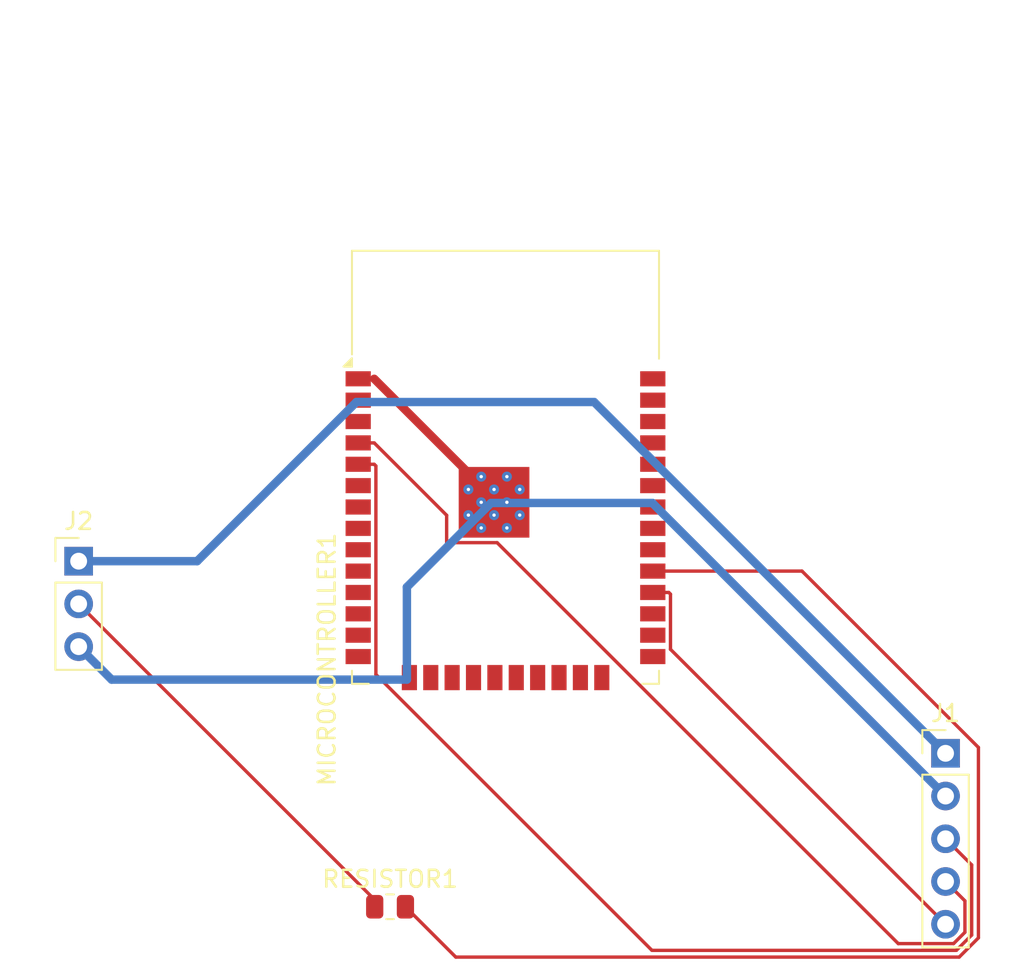
<source format=kicad_pcb>
(kicad_pcb (version 20241229) (generator "pcbnew") (generator_version "9.0")
  (layers (0 "F.Cu" signal) (2 "B.Cu" signal) (13 "F.Paste" user) (15 "B.Paste" user) (5 "F.SilkS" user "F.Silkscreen") (7 "B.SilkS" user "B.Silkscreen") (1 "F.Mask" user) (3 "B.Mask" user) (25 "Edge.Cuts" user))
  (net 0 "")
  (net 1 "GND")
  (net 2 "+5V")
  (net 16 "Net-(MICROCONTROLLER1-IO5)")
  (net 26 "Net-(J1-Pin_4)")
  (net 27 "Net-(J1-Pin_5)")
  (net 29 "Net-(J1-Pin_3)")
  (net 37 "Net-(J2-Pin_2)")
  (footprint "RF_Module:ESP32-WROOM-32" (layer "F.Cu") (at 120.3575 93.37)
    (property "Reference" "MICROCONTROLLER1" (at -10.61 8.43 90) (layer "F.SilkS"))
    (property "Value" "ESP32-WROOM-32")
    (fp_line (start -9.12 -15.86) (end -9.12 -9.7) (stroke (width 0.12)) (layer "F.SilkS"))
    (fp_line (start -9.12 -15.86) (end 9.12 -15.86) (stroke (width 0.12)) (layer "F.SilkS"))
    (fp_line (start -9.12 9.1) (end -9.12 9.88) (stroke (width 0.12)) (layer "F.SilkS"))
    (fp_line (start -9.12 9.88) (end -8.12 9.88) (stroke (width 0.12)) (layer "F.SilkS"))
    (fp_line (start 9.12 -15.86) (end 9.12 -9.445) (stroke (width 0.12)) (layer "F.SilkS"))
    (fp_line (start 9.12 9.1) (end 9.12 9.88) (stroke (width 0.12)) (layer "F.SilkS"))
    (fp_line (start 9.12 9.88) (end 8.12 9.88) (stroke (width 0.12)) (layer "F.SilkS"))
    (fp_poly (pts (xy -9.125 -8.975) (xy -9.625 -8.975) (xy -9.125 -9.475) (xy -9.125 -8.975)) (stroke (width 0.12)) (fill yes) (layer "F.SilkS"))
    (pad "1" smd rect (at -8.75 -8.25) (size 1.5 0.9) (layers "F.Cu" "F.Mask" "F.Paste") (net 1 "GND"))
    (pad "2" smd rect (at -8.75 -6.98) (size 1.5 0.9) (layers "F.Cu" "F.Mask" "F.Paste") (net 2 "+5V"))
    (pad "3" smd rect (at -8.75 -5.71) (size 1.5 0.9) (layers "F.Cu" "F.Mask" "F.Paste"))
    (pad "4" smd rect (at -8.75 -4.44) (size 1.5 0.9) (layers "F.Cu" "F.Mask" "F.Paste") (net 26 "Net-(J1-Pin_4)"))
    (pad "5" smd rect (at -8.75 -3.17) (size 1.5 0.9) (layers "F.Cu" "F.Mask" "F.Paste") (net 29 "Net-(J1-Pin_3)"))
    (pad "6" smd rect (at -8.75 -1.9) (size 1.5 0.9) (layers "F.Cu" "F.Mask" "F.Paste"))
    (pad "7" smd rect (at -8.75 -0.63) (size 1.5 0.9) (layers "F.Cu" "F.Mask" "F.Paste"))
    (pad "8" smd rect (at -8.75 0.64) (size 1.5 0.9) (layers "F.Cu" "F.Mask" "F.Paste"))
    (pad "9" smd rect (at -8.75 1.91) (size 1.5 0.9) (layers "F.Cu" "F.Mask" "F.Paste"))
    (pad "10" smd rect (at -8.75 3.18) (size 1.5 0.9) (layers "F.Cu" "F.Mask" "F.Paste"))
    (pad "11" smd rect (at -8.75 4.45) (size 1.5 0.9) (layers "F.Cu" "F.Mask" "F.Paste"))
    (pad "12" smd rect (at -8.75 5.72) (size 1.5 0.9) (layers "F.Cu" "F.Mask" "F.Paste"))
    (pad "13" smd rect (at -8.75 6.99) (size 1.5 0.9) (layers "F.Cu" "F.Mask" "F.Paste"))
    (pad "14" smd rect (at -8.75 8.26) (size 1.5 0.9) (layers "F.Cu" "F.Mask" "F.Paste"))
    (pad "15" smd rect (at -5.71 9.51 90) (size 1.5 0.9) (layers "F.Cu" "F.Mask" "F.Paste") (net 1 "GND"))
    (pad "16" smd rect (at -4.44 9.51 90) (size 1.5 0.9) (layers "F.Cu" "F.Mask" "F.Paste"))
    (pad "17" smd rect (at -3.17 9.51 90) (size 1.5 0.9) (layers "F.Cu" "F.Mask" "F.Paste"))
    (pad "18" smd rect (at -1.9 9.51 90) (size 1.5 0.9) (layers "F.Cu" "F.Mask" "F.Paste"))
    (pad "19" smd rect (at -0.63 9.51 90) (size 1.5 0.9) (layers "F.Cu" "F.Mask" "F.Paste"))
    (pad "20" smd rect (at 0.64 9.51 90) (size 1.5 0.9) (layers "F.Cu" "F.Mask" "F.Paste"))
    (pad "21" smd rect (at 1.91 9.51 90) (size 1.5 0.9) (layers "F.Cu" "F.Mask" "F.Paste"))
    (pad "22" smd rect (at 3.18 9.51 90) (size 1.5 0.9) (layers "F.Cu" "F.Mask" "F.Paste"))
    (pad "23" smd rect (at 4.45 9.51 90) (size 1.5 0.9) (layers "F.Cu" "F.Mask" "F.Paste"))
    (pad "24" smd rect (at 5.72 9.51 90) (size 1.5 0.9) (layers "F.Cu" "F.Mask" "F.Paste"))
    (pad "25" smd rect (at 8.75 8.26) (size 1.5 0.9) (layers "F.Cu" "F.Mask" "F.Paste"))
    (pad "26" smd rect (at 8.75 6.99) (size 1.5 0.9) (layers "F.Cu" "F.Mask" "F.Paste"))
    (pad "27" smd rect (at 8.75 5.72) (size 1.5 0.9) (layers "F.Cu" "F.Mask" "F.Paste"))
    (pad "28" smd rect (at 8.75 4.45) (size 1.5 0.9) (layers "F.Cu" "F.Mask" "F.Paste") (net 27 "Net-(J1-Pin_5)"))
    (pad "29" smd rect (at 8.75 3.18) (size 1.5 0.9) (layers "F.Cu" "F.Mask" "F.Paste") (net 16 "Net-(MICROCONTROLLER1-IO5)"))
    (pad "30" smd rect (at 8.75 1.91) (size 1.5 0.9) (layers "F.Cu" "F.Mask" "F.Paste"))
    (pad "31" smd rect (at 8.75 0.64) (size 1.5 0.9) (layers "F.Cu" "F.Mask" "F.Paste"))
    (pad "32" smd rect (at 8.75 -0.63) (size 1.5 0.9) (layers "F.Cu" "F.Mask" "F.Paste"))
    (pad "33" smd rect (at 8.75 -1.9) (size 1.5 0.9) (layers "F.Cu" "F.Mask" "F.Paste"))
    (pad "34" smd rect (at 8.75 -3.17) (size 1.5 0.9) (layers "F.Cu" "F.Mask" "F.Paste"))
    (pad "35" smd rect (at 8.75 -4.44) (size 1.5 0.9) (layers "F.Cu" "F.Mask" "F.Paste"))
    (pad "36" smd rect (at 8.75 -5.71) (size 1.5 0.9) (layers "F.Cu" "F.Mask" "F.Paste"))
    (pad "37" smd rect (at 8.75 -6.98) (size 1.5 0.9) (layers "F.Cu" "F.Mask" "F.Paste"))
    (pad "38" smd rect (at 8.75 -8.25) (size 1.5 0.9) (layers "F.Cu" "F.Mask" "F.Paste") (net 1 "GND"))
    (pad "39" smd rect (at -2.205 -2.435) (size 1.05 1.05) (layers "F.Cu" "F.Paste") (net 1 "GND"))
    (pad "39" thru_hole circle (at -2.205 -1.6725) (size 0.6 0.6) (drill 0.2) (property pad_prop_heatsink) (layers "*.Cu" "F.Mask") (net 1 "GND"))
    (pad "39" smd rect (at -2.205 -0.91) (size 1.05 1.05) (layers "F.Cu" "F.Paste") (net 1 "GND"))
    (pad "39" thru_hole circle (at -2.205 -0.1475) (size 0.6 0.6) (drill 0.2) (property pad_prop_heatsink) (layers "*.Cu" "F.Mask") (net 1 "GND"))
    (pad "39" smd rect (at -2.205 0.615) (size 1.05 1.05) (layers "F.Cu" "F.Paste") (net 1 "GND"))
    (pad "39" thru_hole circle (at -1.4425 -2.435) (size 0.6 0.6) (drill 0.2) (property pad_prop_heatsink) (layers "*.Cu" "F.Mask") (net 1 "GND"))
    (pad "39" thru_hole circle (at -1.4425 -0.91) (size 0.6 0.6) (drill 0.2) (property pad_prop_heatsink) (layers "*.Cu" "F.Mask") (net 1 "GND"))
    (pad "39" thru_hole circle (at -1.4425 0.615) (size 0.6 0.6) (drill 0.2) (property pad_prop_heatsink) (layers "*.Cu" "F.Mask") (net 1 "GND"))
    (pad "39" smd rect (at -0.68 -2.435) (size 1.05 1.05) (layers "F.Cu" "F.Paste") (net 1 "GND"))
    (pad "39" thru_hole circle (at -0.68 -1.6725) (size 0.6 0.6) (drill 0.2) (property pad_prop_heatsink) (layers "*.Cu" "F.Mask") (net 1 "GND"))
    (pad "39" smd rect (at -0.68 -0.91) (size 1.05 1.05) (layers "F.Cu" "F.Paste") (net 1 "GND"))
    (pad "39" smd rect (at -0.68 -0.91) (size 4.2 4.2) (property pad_prop_heatsink) (layers "F.Cu" "F.Mask") (net 1 "GND"))
    (pad "39" thru_hole circle (at -0.68 -0.1475) (size 0.6 0.6) (drill 0.2) (property pad_prop_heatsink) (layers "*.Cu" "F.Mask") (net 1 "GND"))
    (pad "39" smd rect (at -0.68 0.615) (size 1.05 1.05) (layers "F.Cu" "F.Paste") (net 1 "GND"))
    (pad "39" thru_hole circle (at 0.0825 -2.435) (size 0.6 0.6) (drill 0.2) (property pad_prop_heatsink) (layers "*.Cu" "F.Mask") (net 1 "GND"))
    (pad "39" thru_hole circle (at 0.0825 -0.91) (size 0.6 0.6) (drill 0.2) (property pad_prop_heatsink) (layers "*.Cu" "F.Mask") (net 1 "GND"))
    (pad "39" thru_hole circle (at 0.0825 0.615) (size 0.6 0.6) (drill 0.2) (property pad_prop_heatsink) (layers "*.Cu" "F.Mask") (net 1 "GND"))
    (pad "39" smd rect (at 0.845 -2.435) (size 1.05 1.05) (layers "F.Cu" "F.Paste") (net 1 "GND"))
    (pad "39" thru_hole circle (at 0.845 -1.6725) (size 0.6 0.6) (drill 0.2) (property pad_prop_heatsink) (layers "*.Cu" "F.Mask") (net 1 "GND"))
    (pad "39" smd rect (at 0.845 -0.91) (size 1.05 1.05) (layers "F.Cu" "F.Paste") (net 1 "GND"))
    (pad "39" thru_hole circle (at 0.845 -0.1475) (size 0.6 0.6) (drill 0.2) (property pad_prop_heatsink) (layers "*.Cu" "F.Mask") (net 1 "GND"))
    (pad "39" smd rect (at 0.845 0.615) (size 1.05 1.05) (layers "F.Cu" "F.Paste") (net 1 "GND"))
  )
  (footprint "Connector_PinHeader_2.54mm:PinHeader_1x03_P2.54mm_Vertical" (layer "F.Cu") (at 95 95.96)
    (property "Reference" "J2" (at 0 -2.38 0) (layer "F.SilkS"))
    (property "Value" "Conn_01x03")
    (fp_line (start -1.38 -1.38) (end 0 -1.38) (stroke (width 0.12)) (layer "F.SilkS"))
    (fp_line (start -1.38 0) (end -1.38 -1.38) (stroke (width 0.12)) (layer "F.SilkS"))
    (fp_line (start -1.38 1.27) (end -1.38 6.46) (stroke (width 0.12)) (layer "F.SilkS"))
    (fp_line (start -1.38 1.27) (end 1.38 1.27) (stroke (width 0.12)) (layer "F.SilkS"))
    (fp_line (start -1.38 6.46) (end 1.38 6.46) (stroke (width 0.12)) (layer "F.SilkS"))
    (fp_line (start 1.38 1.27) (end 1.38 6.46) (stroke (width 0.12)) (layer "F.SilkS"))
    (pad "1" thru_hole rect (at 0 0) (size 1.7 1.7) (drill 1) (layers "*.Cu" "*.Mask") (net 2 "+5V"))
    (pad "2" thru_hole circle (at 0 2.54) (size 1.7 1.7) (drill 1) (layers "*.Cu" "*.Mask") (net 37 "Net-(J2-Pin_2)"))
    (pad "3" thru_hole circle (at 0 5.08) (size 1.7 1.7) (drill 1) (layers "*.Cu" "*.Mask") (net 1 "GND"))
  )
  (footprint "Resistor_SMD:R_0805_2012Metric" (layer "F.Cu") (at 113.5 116.5)
    (property "Reference" "RESISTOR1" (at 0 -1.65 0) (layer "F.SilkS"))
    (property "Value" "R")
    (fp_line (start -0.227064 -0.735) (end 0.227064 -0.735) (stroke (width 0.12)) (layer "F.SilkS"))
    (fp_line (start -0.227064 0.735) (end 0.227064 0.735) (stroke (width 0.12)) (layer "F.SilkS"))
    (pad "1" smd roundrect (at -0.9125 0) (size 1.025 1.4) (layers "F.Cu" "F.Mask" "F.Paste") (roundrect_rratio 0.243902) (net 37 "Net-(J2-Pin_2)"))
    (pad "2" smd roundrect (at 0.9125 0) (size 1.025 1.4) (layers "F.Cu" "F.Mask" "F.Paste") (roundrect_rratio 0.243902) (net 16 "Net-(MICROCONTROLLER1-IO5)"))
  )
  (footprint "Connector_PinHeader_2.54mm:PinHeader_1x05_P2.54mm_Vertical" (layer "F.Cu") (at 146.5 107.38)
    (property "Reference" "J1" (at 0 -2.38 0) (layer "F.SilkS"))
    (property "Value" "Conn_01x05")
    (fp_line (start -1.38 -1.38) (end 0 -1.38) (stroke (width 0.12)) (layer "F.SilkS"))
    (fp_line (start -1.38 0) (end -1.38 -1.38) (stroke (width 0.12)) (layer "F.SilkS"))
    (fp_line (start -1.38 1.27) (end -1.38 11.54) (stroke (width 0.12)) (layer "F.SilkS"))
    (fp_line (start -1.38 1.27) (end 1.38 1.27) (stroke (width 0.12)) (layer "F.SilkS"))
    (fp_line (start -1.38 11.54) (end 1.38 11.54) (stroke (width 0.12)) (layer "F.SilkS"))
    (fp_line (start 1.38 1.27) (end 1.38 11.54) (stroke (width 0.12)) (layer "F.SilkS"))
    (pad "1" thru_hole rect (at 0 0) (size 1.7 1.7) (drill 1) (layers "*.Cu" "*.Mask") (net 2 "+5V"))
    (pad "2" thru_hole circle (at 0 2.54) (size 1.7 1.7) (drill 1) (layers "*.Cu" "*.Mask") (net 1 "GND"))
    (pad "3" thru_hole circle (at 0 5.08) (size 1.7 1.7) (drill 1) (layers "*.Cu" "*.Mask") (net 29 "Net-(J1-Pin_3)"))
    (pad "4" thru_hole circle (at 0 7.62) (size 1.7 1.7) (drill 1) (layers "*.Cu" "*.Mask") (net 26 "Net-(J1-Pin_4)"))
    (pad "5" thru_hole circle (at 0 10.16) (size 1.7 1.7) (drill 1) (layers "*.Cu" "*.Mask") (net 27 "Net-(J1-Pin_5)"))
  )
  (segment (start 119.6775 92.24) (end 119.6775 92.46) (width 0.2) (layer "F.Cu") (net 1))
  (segment (start 111.6075 85.12) (end 112.5575 85.12) (width 0.2) (layer "F.Cu") (net 1))
  (segment (start 112.5575 85.12) (end 119.6775 92.24) (width 0.5) (layer "F.Cu") (net 1))
  (segment (start 96.96 103) (end 95 101.04) (width 0.5) (layer "B.Cu") (net 1))
  (segment (start 119.5 92.5) (end 114.5 97.5) (width 0.5) (layer "B.Cu") (net 1))
  (segment (start 114.5 103) (end 96.96 103) (width 0.5) (layer "B.Cu") (net 1))
  (segment (start 129.08 92.5) (end 119.5 92.5) (width 0.5) (layer "B.Cu") (net 1))
  (segment (start 146.5 109.92) (end 129.08 92.5) (width 0.5) (layer "B.Cu") (net 1))
  (segment (start 114.5 97.5) (end 114.5 103) (width 0.5) (layer "B.Cu") (net 1))
  (segment (start 111.5 86.5) (end 125.62 86.5) (width 0.5) (layer "B.Cu") (net 2))
  (segment (start 95 95.96) (end 102.04 95.96) (width 0.5) (layer "B.Cu") (net 2))
  (segment (start 102.04 95.96) (end 111.5 86.5) (width 0.5) (layer "B.Cu") (net 2))
  (segment (start 125.62 86.5) (end 146.5 107.38) (width 0.5) (layer "B.Cu") (net 2))
  (segment (start 137.972 96.55) (end 129.1075 96.55) (width 0.2) (layer "F.Cu") (net 16))
  (segment (start 148.453 107.031) (end 137.972 96.55) (width 0.2) (layer "F.Cu") (net 16))
  (segment (start 147.30896 119.493) (end 148.453 118.34896) (width 0.2) (layer "F.Cu") (net 16))
  (segment (start 148.453 118.34896) (end 148.453 107.031) (width 0.2) (layer "F.Cu") (net 16))
  (segment (start 117.4055 119.493) (end 147.30896 119.493) (width 0.2) (layer "F.Cu") (net 16))
  (segment (start 114.4125 116.5) (end 117.4055 119.493) (width 0.2) (layer "F.Cu") (net 16))
  (segment (start 112.5575 88.93) (end 111.6075 88.93) (width 0.2) (layer "F.Cu") (net 26))
  (segment (start 116.861 93.2335) (end 112.5575 88.93) (width 0.2) (layer "F.Cu") (net 26))
  (segment (start 143.691 118.691) (end 119.861 94.861) (width 0.2) (layer "F.Cu") (net 26))
  (segment (start 147.651 118.01676) (end 146.97676 118.691) (width 0.2) (layer "F.Cu") (net 26))
  (segment (start 119.861 94.861) (end 116.861 94.861) (width 0.2) (layer "F.Cu") (net 26))
  (segment (start 146.5 115) (end 147.651 116.151) (width 0.2) (layer "F.Cu") (net 26))
  (segment (start 146.97676 118.691) (end 143.691 118.691) (width 0.2) (layer "F.Cu") (net 26))
  (segment (start 116.861 94.861) (end 116.861 93.2335) (width 0.2) (layer "F.Cu") (net 26))
  (segment (start 147.651 116.151) (end 147.651 118.01676) (width 0.2) (layer "F.Cu") (net 26))
  (segment (start 130.0575 97.82) (end 129.1075 97.82) (width 0.2) (layer "F.Cu") (net 27))
  (segment (start 146.5 117.54) (end 130.1585 101.1985) (width 0.2) (layer "F.Cu") (net 27))
  (segment (start 130.1585 101.1985) (end 130.1585 97.921) (width 0.2) (layer "F.Cu") (net 27))
  (segment (start 130.1585 97.921) (end 130.0575 97.82) (width 0.2) (layer "F.Cu") (net 27))
  (segment (start 129.0575 119.092) (end 112.6585 102.693) (width 0.2) (layer "F.Cu") (net 29))
  (segment (start 112.6585 90.301) (end 112.5575 90.2) (width 0.2) (layer "F.Cu") (net 29))
  (segment (start 148.052 118.18286) (end 147.14286 119.092) (width 0.2) (layer "F.Cu") (net 29))
  (segment (start 112.6585 102.693) (end 112.6585 90.301) (width 0.2) (layer "F.Cu") (net 29))
  (segment (start 112.5575 90.2) (end 111.6075 90.2) (width 0.2) (layer "F.Cu") (net 29))
  (segment (start 147.14286 119.092) (end 129.0575 119.092) (width 0.2) (layer "F.Cu") (net 29))
  (segment (start 148.052 114.012) (end 148.052 118.18286) (width 0.2) (layer "F.Cu") (net 29))
  (segment (start 146.5 112.46) (end 148.052 114.012) (width 0.2) (layer "F.Cu") (net 29))
  (segment (start 112.5875 116.5) (end 112.5875 116.0875) (width 0.2) (layer "F.Cu") (net 37))
  (segment (start 112.5875 116.0875) (end 95 98.5) (width 0.2) (layer "F.Cu") (net 37))
)
</source>
